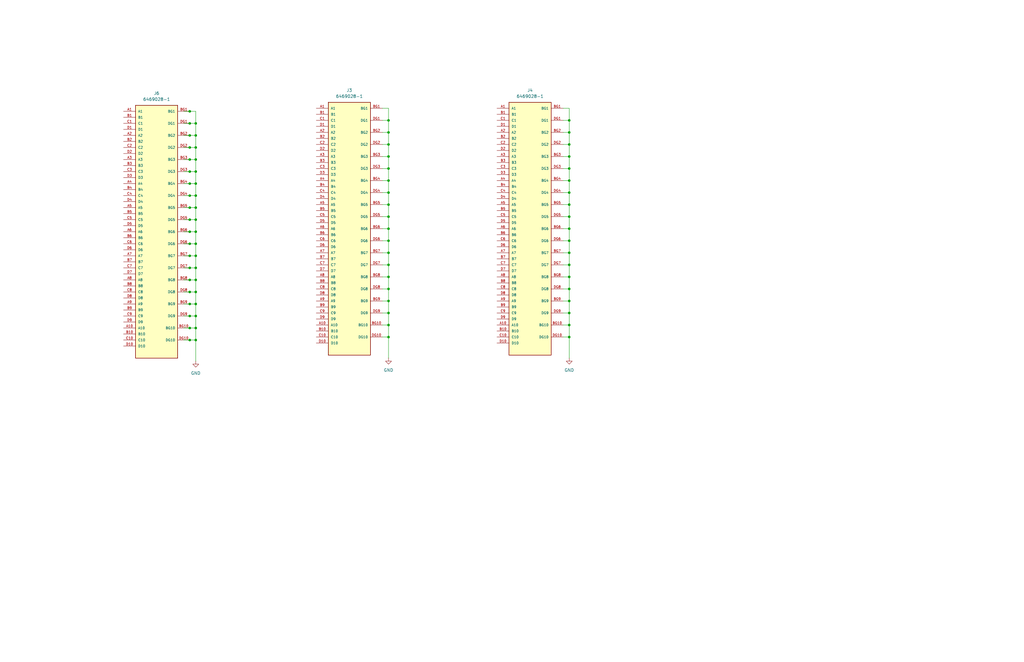
<source format=kicad_sch>
(kicad_sch (version 20250114) (generator "eeschema") (generator_version "9.0")
  (paper "B")
  (lib_symbols
    (symbol "6469028-1:6469028-1" (pin_names (offset 1.016))
      (property "Reference" "J" (at -7.62 28.702 0))
      (property "Value" "6469028-1" (at -4.318 30.988 0))
      (symbol "6469028-1_1_0"
        (rectangle (start -8.89 27.94) (end 8.89 -78.74) (stroke (width 0.254)) (fill (type background)))
        (pin passive line (at -13.97 25.4 0) (length 5.08) (name "A1") (number "A1"))
        (pin passive line (at -13.97 22.86 0) (length 5.08) (name "B1") (number "B1"))
        (pin passive line (at -13.97 20.32 0) (length 5.08) (name "C1") (number "C1"))
        (pin passive line (at -13.97 17.78 0) (length 5.08) (name "D1") (number "D1"))
        (pin passive line (at -13.97 15.24 0) (length 5.08) (name "A2") (number "A2"))
        (pin passive line (at -13.97 12.7 0) (length 5.08) (name "B2") (number "B2"))
        (pin passive line (at -13.97 10.16 0) (length 5.08) (name "C2") (number "C2"))
        (pin passive line (at -13.97 7.62 0) (length 5.08) (name "D2") (number "D2"))
        (pin passive line (at -13.97 5.08 0) (length 5.08) (name "A3") (number "A3"))
        (pin passive line (at -13.97 2.54 0) (length 5.08) (name "B3") (number "B3"))
        (pin passive line (at -13.97 0 0) (length 5.08) (name "C3") (number "C3"))
        (pin passive line (at -13.97 -2.54 0) (length 5.08) (name "D3") (number "D3"))
        (pin passive line (at -13.97 -5.08 0) (length 5.08) (name "A4") (number "A4"))
        (pin passive line (at -13.97 -7.62 0) (length 5.08) (name "B4") (number "B4"))
        (pin passive line (at -13.97 -10.16 0) (length 5.08) (name "C4") (number "C4"))
        (pin passive line (at -13.97 -12.7 0) (length 5.08) (name "D4") (number "D4"))
        (pin passive line (at -13.97 -15.24 0) (length 5.08) (name "A5") (number "A5"))
        (pin passive line (at -13.97 -17.78 0) (length 5.08) (name "B5") (number "B5"))
        (pin passive line (at -13.97 -20.32 0) (length 5.08) (name "C5") (number "C5"))
        (pin passive line (at -13.97 -22.86 0) (length 5.08) (name "D5") (number "D5"))
        (pin passive line (at -13.97 -25.4 0) (length 5.08) (name "A6") (number "A6"))
        (pin passive line (at -13.97 -27.94 0) (length 5.08) (name "B6") (number "B6"))
        (pin passive line (at -13.97 -30.48 0) (length 5.08) (name "C6") (number "C6"))
        (pin passive line (at -13.97 -33.02 0) (length 5.08) (name "D6") (number "D6"))
        (pin passive line (at -13.97 -35.56 0) (length 5.08) (name "A7") (number "A7"))
        (pin passive line (at -13.97 -38.1 0) (length 5.08) (name "B7") (number "B7"))
        (pin passive line (at -13.97 -40.64 0) (length 5.08) (name "C7") (number "C7"))
        (pin passive line (at -13.97 -43.18 0) (length 5.08) (name "D7") (number "D7"))
        (pin passive line (at -13.97 -45.72 0) (length 5.08) (name "A8") (number "A8"))
        (pin passive line (at -13.97 -48.26 0) (length 5.08) (name "B8") (number "B8"))
        (pin passive line (at -13.97 -50.8 0) (length 5.08) (name "C8") (number "C8"))
        (pin passive line (at -13.97 -53.34 0) (length 5.08) (name "D8") (number "D8"))
        (pin passive line (at -13.97 -55.88 0) (length 5.08) (name "A9") (number "A9"))
        (pin passive line (at -13.97 -58.42 0) (length 5.08) (name "B9") (number "B9"))
        (pin passive line (at -13.97 -60.96 0) (length 5.08) (name "C9") (number "C9"))
        (pin passive line (at -13.97 -63.5 0) (length 5.08) (name "D9") (number "D9"))
        (pin passive line (at -13.97 -66.04 0) (length 5.08) (name "A10") (number "A10"))
        (pin passive line (at -13.97 -68.58 0) (length 5.08) (name "B10") (number "B10"))
        (pin passive line (at -13.97 -71.12 0) (length 5.08) (name "C10") (number "C10"))
        (pin passive line (at -13.97 -73.66 0) (length 5.08) (name "D10") (number "D10"))
        (pin passive line (at 13.97 25.4 180) (length 5.08) (name "BG1") (number "BG1"))
        (pin passive line (at 13.97 20.32 180) (length 5.08) (name "DG1") (number "DG1"))
        (pin passive line (at 13.97 15.24 180) (length 5.08) (name "BG2") (number "BG2"))
        (pin passive line (at 13.97 10.16 180) (length 5.08) (name "DG2") (number "DG2"))
        (pin passive line (at 13.97 5.08 180) (length 5.08) (name "BG3") (number "BG3"))
        (pin passive line (at 13.97 0 180) (length 5.08) (name "DG3") (number "DG3"))
        (pin passive line (at 13.97 -5.08 180) (length 5.08) (name "BG4") (number "BG4"))
        (pin passive line (at 13.97 -10.16 180) (length 5.08) (name "DG4") (number "DG4"))
        (pin passive line (at 13.97 -15.24 180) (length 5.08) (name "BG5") (number "BG5"))
        (pin passive line (at 13.97 -20.32 180) (length 5.08) (name "DG5") (number "DG5"))
        (pin passive line (at 13.97 -25.4 180) (length 5.08) (name "BG6") (number "BG6"))
        (pin passive line (at 13.97 -30.48 180) (length 5.08) (name "DG6") (number "DG6"))
        (pin passive line (at 13.97 -35.56 180) (length 5.08) (name "BG7") (number "BG7"))
        (pin passive line (at 13.97 -40.64 180) (length 5.08) (name "DG7") (number "DG7"))
        (pin passive line (at 13.97 -45.72 180) (length 5.08) (name "BG8") (number "BG8"))
        (pin passive line (at 13.97 -50.8 180) (length 5.08) (name "DG8") (number "DG8"))
        (pin passive line (at 13.97 -55.88 180) (length 5.08) (name "BG9") (number "BG9"))
        (pin passive line (at 13.97 -60.96 180) (length 5.08) (name "DG9") (number "DG9"))
        (pin passive line (at 13.97 -66.04 180) (length 5.08) (name "BG10") (number "BG10"))
        (pin passive line (at 13.97 -71.12 180) (length 5.08) (name "DG10") (number "DG10"))
      )
    )
    (symbol "power:GND" (power) (pin_numbers (hide yes)) (pin_names (offset 0) (hide yes))
      (property "Value" "GND" (at 0 -3.81 0))
      (symbol "GND_0_1"
        (polyline (pts (xy 0 0) (xy 0 -1.27) (xy 1.27 -1.27) (xy 0 -2.54) (xy -1.27 -1.27) (xy 0 -1.27)))
      )
      (symbol "GND_1_1"
        (pin power_in line (at 0 0 270) (length 0) (name "~") (number "1"))
      )
    )
  )
  (junction (at 80.01 138.43))
  (junction (at 240.03 60.96))
  (junction (at 240.03 71.12))
  (junction (at 80.01 123.19))
  (junction (at 240.03 101.6))
  (junction (at 240.03 142.24))
  (junction (at 163.83 111.76))
  (junction (at 82.55 87.63))
  (junction (at 80.01 46.99))
  (junction (at 163.83 91.44))
  (junction (at 240.03 91.44))
  (junction (at 80.01 102.87))
  (junction (at 163.83 106.68))
  (junction (at 80.01 113.03))
  (junction (at 80.01 92.71))
  (junction (at 163.83 116.84))
  (junction (at 80.01 82.55))
  (junction (at 80.01 62.23))
  (junction (at 80.01 77.47))
  (junction (at 240.03 106.68))
  (junction (at 82.55 72.39))
  (junction (at 82.55 97.79))
  (junction (at 240.03 66.04))
  (junction (at 163.83 66.04))
  (junction (at 82.55 113.03))
  (junction (at 80.01 52.07))
  (junction (at 240.03 116.84))
  (junction (at 240.03 96.52))
  (junction (at 163.83 71.12))
  (junction (at 163.83 137.16))
  (junction (at 163.83 127))
  (junction (at 82.55 67.31))
  (junction (at 82.55 133.35))
  (junction (at 82.55 138.43))
  (junction (at 163.83 132.08))
  (junction (at 163.83 86.36))
  (junction (at 80.01 133.35))
  (junction (at 240.03 50.8))
  (junction (at 240.03 76.2))
  (junction (at 163.83 60.96))
  (junction (at 82.55 92.71))
  (junction (at 163.83 81.28))
  (junction (at 82.55 57.15))
  (junction (at 163.83 96.52))
  (junction (at 240.03 81.28))
  (junction (at 240.03 121.92))
  (junction (at 82.55 102.87))
  (junction (at 163.83 55.88))
  (junction (at 163.83 101.6))
  (junction (at 240.03 137.16))
  (junction (at 80.01 87.63))
  (junction (at 82.55 107.95))
  (junction (at 82.55 77.47))
  (junction (at 240.03 111.76))
  (junction (at 80.01 118.11))
  (junction (at 80.01 57.15))
  (junction (at 82.55 62.23))
  (junction (at 240.03 55.88))
  (junction (at 82.55 82.55))
  (junction (at 240.03 132.08))
  (junction (at 82.55 123.19))
  (junction (at 80.01 143.51))
  (junction (at 80.01 72.39))
  (junction (at 163.83 142.24))
  (junction (at 163.83 50.8))
  (junction (at 163.83 76.2))
  (junction (at 82.55 128.27))
  (junction (at 240.03 127))
  (junction (at 82.55 52.07))
  (junction (at 80.01 128.27))
  (junction (at 82.55 118.11))
  (junction (at 240.03 86.36))
  (junction (at 82.55 143.51))
  (junction (at 80.01 97.79))
  (junction (at 163.83 121.92))
  (junction (at 80.01 67.31))
  (junction (at 80.01 107.95))
  (wire (pts (xy 161.29 60.96) (xy 163.83 60.96)))
  (wire (pts (xy 161.29 55.88) (xy 163.83 55.88)))
  (wire (pts (xy 161.29 66.04) (xy 163.83 66.04)))
  (wire (pts (xy 77.47 72.39) (xy 80.01 72.39)))
  (wire (pts (xy 163.83 71.12) (xy 163.83 76.2)))
  (wire (pts (xy 161.29 116.84) (xy 163.83 116.84)))
  (wire (pts (xy 163.83 76.2) (xy 163.83 81.28)))
  (wire (pts (xy 240.03 132.08) (xy 240.03 137.16)))
  (wire (pts (xy 163.83 45.72) (xy 163.83 50.8)))
  (wire (pts (xy 161.29 106.68) (xy 163.83 106.68)))
  (wire (pts (xy 82.55 138.43) (xy 82.55 143.51)))
  (wire (pts (xy 77.47 82.55) (xy 80.01 82.55)))
  (wire (pts (xy 77.47 52.07) (xy 80.01 52.07)))
  (wire (pts (xy 163.83 132.08) (xy 163.83 137.16)))
  (wire (pts (xy 237.49 76.2) (xy 240.03 76.2)))
  (wire (pts (xy 237.49 81.28) (xy 240.03 81.28)))
  (wire (pts (xy 237.49 121.92) (xy 240.03 121.92)))
  (wire (pts (xy 240.03 127) (xy 240.03 132.08)))
  (wire (pts (xy 77.47 46.99) (xy 80.01 46.99)))
  (wire (pts (xy 240.03 91.44) (xy 240.03 96.52)))
  (wire (pts (xy 240.03 96.52) (xy 240.03 101.6)))
  (wire (pts (xy 77.47 97.79) (xy 80.01 97.79)))
  (wire (pts (xy 80.01 46.99) (xy 82.55 46.99)))
  (wire (pts (xy 161.29 45.72) (xy 163.83 45.72)))
  (wire (pts (xy 163.83 116.84) (xy 163.83 121.92)))
  (wire (pts (xy 237.49 142.24) (xy 240.03 142.24)))
  (wire (pts (xy 82.55 87.63) (xy 82.55 92.71)))
  (wire (pts (xy 82.55 52.07) (xy 82.55 57.15)))
  (wire (pts (xy 163.83 96.52) (xy 163.83 101.6)))
  (wire (pts (xy 240.03 101.6) (xy 240.03 106.68)))
  (wire (pts (xy 161.29 50.8) (xy 163.83 50.8)))
  (wire (pts (xy 82.55 102.87) (xy 82.55 107.95)))
  (wire (pts (xy 82.55 77.47) (xy 82.55 82.55)))
  (wire (pts (xy 80.01 87.63) (xy 82.55 87.63)))
  (wire (pts (xy 80.01 118.11) (xy 82.55 118.11)))
  (wire (pts (xy 77.47 92.71) (xy 80.01 92.71)))
  (wire (pts (xy 163.83 127) (xy 163.83 132.08)))
  (wire (pts (xy 80.01 92.71) (xy 82.55 92.71)))
  (wire (pts (xy 77.47 123.19) (xy 80.01 123.19)))
  (wire (pts (xy 161.29 142.24) (xy 163.83 142.24)))
  (wire (pts (xy 80.01 57.15) (xy 82.55 57.15)))
  (wire (pts (xy 237.49 66.04) (xy 240.03 66.04)))
  (wire (pts (xy 82.55 123.19) (xy 82.55 128.27)))
  (wire (pts (xy 77.47 67.31) (xy 80.01 67.31)))
  (wire (pts (xy 237.49 91.44) (xy 240.03 91.44)))
  (wire (pts (xy 240.03 116.84) (xy 240.03 121.92)))
  (wire (pts (xy 161.29 86.36) (xy 163.83 86.36)))
  (wire (pts (xy 161.29 132.08) (xy 163.83 132.08)))
  (wire (pts (xy 80.01 107.95) (xy 82.55 107.95)))
  (wire (pts (xy 163.83 66.04) (xy 163.83 71.12)))
  (wire (pts (xy 82.55 128.27) (xy 82.55 133.35)))
  (wire (pts (xy 237.49 55.88) (xy 240.03 55.88)))
  (wire (pts (xy 240.03 137.16) (xy 240.03 142.24)))
  (wire (pts (xy 161.29 96.52) (xy 163.83 96.52)))
  (wire (pts (xy 161.29 71.12) (xy 163.83 71.12)))
  (wire (pts (xy 80.01 97.79) (xy 82.55 97.79)))
  (wire (pts (xy 77.47 113.03) (xy 80.01 113.03)))
  (wire (pts (xy 161.29 81.28) (xy 163.83 81.28)))
  (wire (pts (xy 82.55 97.79) (xy 82.55 102.87)))
  (wire (pts (xy 237.49 127) (xy 240.03 127)))
  (wire (pts (xy 163.83 106.68) (xy 163.83 111.76)))
  (wire (pts (xy 161.29 121.92) (xy 163.83 121.92)))
  (wire (pts (xy 82.55 118.11) (xy 82.55 123.19)))
  (wire (pts (xy 240.03 55.88) (xy 240.03 60.96)))
  (wire (pts (xy 82.55 57.15) (xy 82.55 62.23)))
  (wire (pts (xy 82.55 62.23) (xy 82.55 67.31)))
  (wire (pts (xy 77.47 62.23) (xy 80.01 62.23)))
  (wire (pts (xy 77.47 138.43) (xy 80.01 138.43)))
  (wire (pts (xy 161.29 76.2) (xy 163.83 76.2)))
  (wire (pts (xy 161.29 111.76) (xy 163.83 111.76)))
  (wire (pts (xy 80.01 72.39) (xy 82.55 72.39)))
  (wire (pts (xy 240.03 81.28) (xy 240.03 86.36)))
  (wire (pts (xy 163.83 60.96) (xy 163.83 66.04)))
  (wire (pts (xy 163.83 101.6) (xy 163.83 106.68)))
  (wire (pts (xy 240.03 66.04) (xy 240.03 71.12)))
  (wire (pts (xy 240.03 111.76) (xy 240.03 116.84)))
  (wire (pts (xy 237.49 116.84) (xy 240.03 116.84)))
  (wire (pts (xy 80.01 138.43) (xy 82.55 138.43)))
  (wire (pts (xy 163.83 142.24) (xy 163.83 151.13)))
  (wire (pts (xy 240.03 71.12) (xy 240.03 76.2)))
  (wire (pts (xy 237.49 50.8) (xy 240.03 50.8)))
  (wire (pts (xy 82.55 113.03) (xy 82.55 118.11)))
  (wire (pts (xy 163.83 55.88) (xy 163.83 60.96)))
  (wire (pts (xy 82.55 72.39) (xy 82.55 77.47)))
  (wire (pts (xy 237.49 60.96) (xy 240.03 60.96)))
  (wire (pts (xy 161.29 91.44) (xy 163.83 91.44)))
  (wire (pts (xy 240.03 76.2) (xy 240.03 81.28)))
  (wire (pts (xy 163.83 91.44) (xy 163.83 96.52)))
  (wire (pts (xy 163.83 86.36) (xy 163.83 91.44)))
  (wire (pts (xy 237.49 71.12) (xy 240.03 71.12)))
  (wire (pts (xy 80.01 62.23) (xy 82.55 62.23)))
  (wire (pts (xy 82.55 92.71) (xy 82.55 97.79)))
  (wire (pts (xy 237.49 137.16) (xy 240.03 137.16)))
  (wire (pts (xy 237.49 86.36) (xy 240.03 86.36)))
  (wire (pts (xy 77.47 118.11) (xy 80.01 118.11)))
  (wire (pts (xy 80.01 77.47) (xy 82.55 77.47)))
  (wire (pts (xy 77.47 57.15) (xy 80.01 57.15)))
  (wire (pts (xy 80.01 52.07) (xy 82.55 52.07)))
  (wire (pts (xy 237.49 106.68) (xy 240.03 106.68)))
  (wire (pts (xy 161.29 137.16) (xy 163.83 137.16)))
  (wire (pts (xy 240.03 86.36) (xy 240.03 91.44)))
  (wire (pts (xy 80.01 67.31) (xy 82.55 67.31)))
  (wire (pts (xy 82.55 133.35) (xy 82.55 138.43)))
  (wire (pts (xy 237.49 96.52) (xy 240.03 96.52)))
  (wire (pts (xy 163.83 137.16) (xy 163.83 142.24)))
  (wire (pts (xy 240.03 142.24) (xy 240.03 151.13)))
  (wire (pts (xy 77.47 133.35) (xy 80.01 133.35)))
  (wire (pts (xy 80.01 82.55) (xy 82.55 82.55)))
  (wire (pts (xy 237.49 45.72) (xy 240.03 45.72)))
  (wire (pts (xy 161.29 101.6) (xy 163.83 101.6)))
  (wire (pts (xy 77.47 87.63) (xy 80.01 87.63)))
  (wire (pts (xy 77.47 128.27) (xy 80.01 128.27)))
  (wire (pts (xy 77.47 107.95) (xy 80.01 107.95)))
  (wire (pts (xy 77.47 102.87) (xy 80.01 102.87)))
  (wire (pts (xy 80.01 102.87) (xy 82.55 102.87)))
  (wire (pts (xy 163.83 121.92) (xy 163.83 127)))
  (wire (pts (xy 240.03 121.92) (xy 240.03 127)))
  (wire (pts (xy 82.55 143.51) (xy 82.55 152.4)))
  (wire (pts (xy 82.55 82.55) (xy 82.55 87.63)))
  (wire (pts (xy 77.47 77.47) (xy 80.01 77.47)))
  (wire (pts (xy 240.03 60.96) (xy 240.03 66.04)))
  (wire (pts (xy 82.55 107.95) (xy 82.55 113.03)))
  (wire (pts (xy 80.01 133.35) (xy 82.55 133.35)))
  (wire (pts (xy 82.55 46.99) (xy 82.55 52.07)))
  (wire (pts (xy 163.83 111.76) (xy 163.83 116.84)))
  (wire (pts (xy 161.29 127) (xy 163.83 127)))
  (wire (pts (xy 240.03 45.72) (xy 240.03 50.8)))
  (wire (pts (xy 240.03 106.68) (xy 240.03 111.76)))
  (wire (pts (xy 237.49 132.08) (xy 240.03 132.08)))
  (wire (pts (xy 237.49 111.76) (xy 240.03 111.76)))
  (wire (pts (xy 77.47 143.51) (xy 80.01 143.51)))
  (wire (pts (xy 80.01 113.03) (xy 82.55 113.03)))
  (wire (pts (xy 80.01 123.19) (xy 82.55 123.19)))
  (wire (pts (xy 82.55 67.31) (xy 82.55 72.39)))
  (wire (pts (xy 163.83 50.8) (xy 163.83 55.88)))
  (wire (pts (xy 240.03 50.8) (xy 240.03 55.88)))
  (wire (pts (xy 237.49 101.6) (xy 240.03 101.6)))
  (wire (pts (xy 80.01 128.27) (xy 82.55 128.27)))
  (wire (pts (xy 163.83 81.28) (xy 163.83 86.36)))
  (wire (pts (xy 80.01 143.51) (xy 82.55 143.51)))
  (symbol (lib_id "power:GND") (at 163.83 151.13 0) (unit 1)
    (property "Reference" "#PWR09" (effects (hide yes)))
    (property "Value" "GND" (at 163.83 156.21 0))
    (property "Description" "Power symbol creates a global label with name \"GND\" , ground" (effects (hide yes)))
  )
  (symbol (lib_id "6469028-1:6469028-1") (at 66.04 72.39 0) (unit 1)
    (property "Reference" "J6" (at 66.04 39.37 0))
    (property "Value" "6469028-1" (at 66.04 41.91 0))
    (property "Footprint" "myparts:TE_6469028-1" (effects (hide yes)))
    (property "PARTREV" "E" (effects (hide yes)))
    (property "STANDARD" "Manufacturer Recommendations" (effects (hide yes)))
    (property "MAXIMUM_PACKAGE_HEIGHT" "8.68mm" (effects (hide yes)))
    (property "MANUFACTURER" "TE Connectivity" (effects (hide yes)))
  )
  (symbol (lib_id "power:GND") (at 240.03 151.13 0) (unit 1)
    (property "Reference" "#PWR010" (effects (hide yes)))
    (property "Value" "GND" (at 240.03 156.21 0))
    (property "Description" "Power symbol creates a global label with name \"GND\" , ground" (effects (hide yes)))
  )
  (symbol (lib_id "6469028-1:6469028-1") (at 223.52 71.12 0) (unit 1)
    (property "Reference" "J4" (at 223.52 38.1 0))
    (property "Value" "6469028-1" (at 223.52 40.64 0))
    (property "Footprint" "myparts:TE_6469028-1" (effects (hide yes)))
    (property "PARTREV" "E" (effects (hide yes)))
    (property "STANDARD" "Manufacturer Recommendations" (effects (hide yes)))
    (property "MAXIMUM_PACKAGE_HEIGHT" "8.68mm" (effects (hide yes)))
    (property "MANUFACTURER" "TE Connectivity" (effects (hide yes)))
  )
  (symbol (lib_id "6469028-1:6469028-1") (at 147.32 71.12 0) (unit 1)
    (property "Reference" "J3" (at 147.32 38.1 0))
    (property "Value" "6469028-1" (at 147.32 40.64 0))
    (property "Footprint" "myparts:TE_6469028-1" (effects (hide yes)))
    (property "PARTREV" "E" (effects (hide yes)))
    (property "STANDARD" "Manufacturer Recommendations" (effects (hide yes)))
    (property "MAXIMUM_PACKAGE_HEIGHT" "8.68mm" (effects (hide yes)))
    (property "MANUFACTURER" "TE Connectivity" (effects (hide yes)))
  )
  (symbol (lib_id "power:GND") (at 82.55 152.4 0) (unit 1)
    (property "Reference" "#PWR08" (effects (hide yes)))
    (property "Value" "GND" (at 82.55 157.48 0))
    (property "Description" "Power symbol creates a global label with name \"GND\" , ground" (effects (hide yes)))
  )
)
</source>
